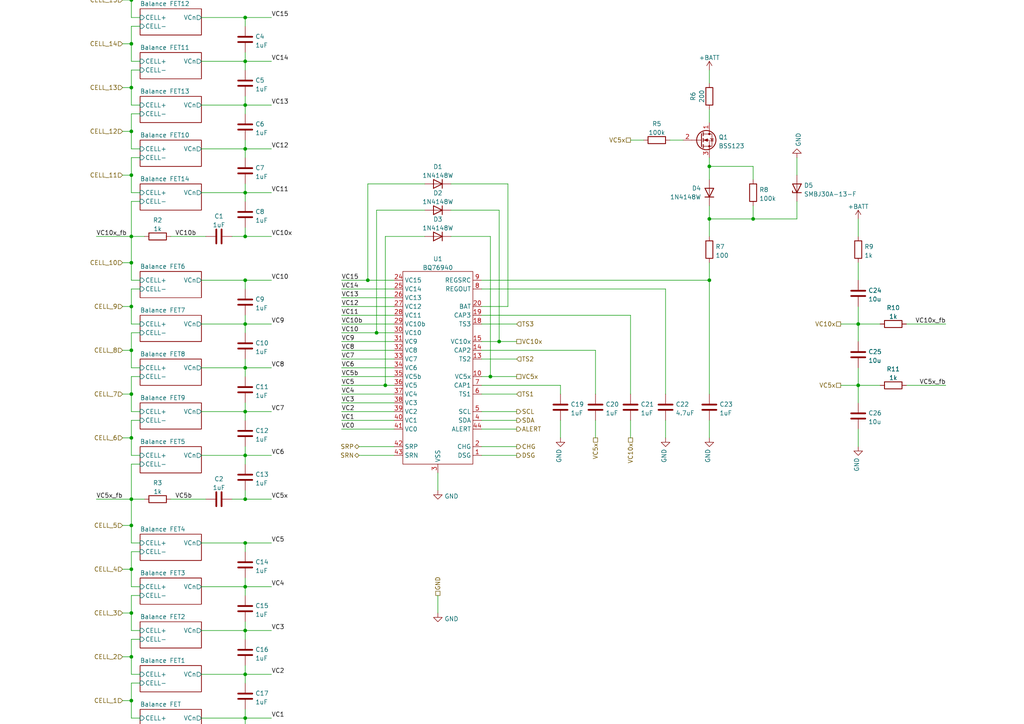
<source format=kicad_sch>
(kicad_sch (version 20230121) (generator eeschema)
  (paper "A4")
  (title_block (title "Protection and Balancing") (date "2022-10-30") (rev "Rev 0") (company "QTech BMS Dept"))
  (lib_symbols
    (symbol "BQ76940:BQ76940"
      (property "Reference" "U" (at 0 31.75 0))
      (property "Value" "BQ76940" (at 0 29.21 0))
      (symbol "BQ76940_0_1"
        (rectangle (start -10.16 27.94) (end 10.16 -27.94) (stroke (width 0.1524)))
      )
      (symbol "BQ76940_1_1"
        (pin input line (at 12.7 -25.4 180) (length 2.54) (name "DSG") (number "1"))
        (pin input line (at 12.7 -2.54 180) (length 2.54) (name "VC5x") (number "10"))
        (pin input line (at 12.7 5.08 180) (length 2.54) hide (name "N/C") (number "11"))
        (pin input line (at 12.7 5.08 180) (length 2.54) hide (name "NC") (number "12"))
        (pin input line (at 12.7 2.54 180) (length 2.54) (name "TS2") (number "13"))
        (pin input line (at 12.7 5.08 180) (length 2.54) (name "CAP2") (number "14"))
        (pin input line (at 12.7 7.62 180) (length 2.54) (name "VC10x") (number "15"))
        (pin input line (at 12.7 15.24 180) (length 2.54) hide (name "NC") (number "16"))
        (pin input line (at 12.7 15.24 180) (length 2.54) hide (name "NC") (number "17"))
        (pin input line (at 12.7 12.7 180) (length 2.54) (name "TS3") (number "18"))
        (pin input line (at 12.7 15.24 180) (length 2.54) (name "CAP3") (number "19"))
        (pin input line (at 12.7 -22.86 180) (length 2.54) (name "CHG") (number "2"))
        (pin input line (at 12.7 17.78 180) (length 2.54) (name "BAT") (number "20"))
        (pin no_connect line (at 38.1 10.16 180) (length 2.54) hide (name "NC") (number "21"))
        (pin no_connect line (at 38.1 7.62 180) (length 2.54) hide (name "NC") (number "22"))
        (pin no_connect line (at 38.1 5.08 180) (length 2.54) hide (name "NC") (number "23"))
        (pin input line (at -12.7 25.4 0) (length 2.54) (name "VC15") (number "24"))
        (pin input line (at -12.7 22.86 0) (length 2.54) (name "VC14") (number "25"))
        (pin input line (at -12.7 20.32 0) (length 2.54) (name "VC13") (number "26"))
        (pin input line (at -12.7 17.78 0) (length 2.54) (name "VC12") (number "27"))
        (pin input line (at -12.7 15.24 0) (length 2.54) (name "VC11") (number "28"))
        (pin input line (at -12.7 12.7 0) (length 2.54) (name "VC10b") (number "29"))
        (pin input line (at 0 -30.48 90) (length 2.54) (name "VSS") (number "3"))
        (pin input line (at -12.7 10.16 0) (length 2.54) (name "VC10") (number "30"))
        (pin input line (at -12.7 7.62 0) (length 2.54) (name "VC9") (number "31"))
        (pin input line (at -12.7 5.08 0) (length 2.54) (name "VC8") (number "32"))
        (pin input line (at -12.7 2.54 0) (length 2.54) (name "VC7") (number "33"))
        (pin input line (at -12.7 0 0) (length 2.54) (name "VC6") (number "34"))
        (pin input line (at -12.7 -2.54 0) (length 2.54) (name "VC5b") (number "35"))
        (pin input line (at -12.7 -5.08 0) (length 2.54) (name "VC5") (number "36"))
        (pin input line (at -12.7 -7.62 0) (length 2.54) (name "VC4") (number "37"))
        (pin input line (at -12.7 -10.16 0) (length 2.54) (name "VC3") (number "38"))
        (pin input line (at -12.7 -12.7 0) (length 2.54) (name "VC2") (number "39"))
        (pin input line (at 12.7 -15.24 180) (length 2.54) (name "SDA") (number "4"))
        (pin input line (at -12.7 -15.24 0) (length 2.54) (name "VC1") (number "40"))
        (pin input line (at -12.7 -17.78 0) (length 2.54) (name "VC0") (number "41"))
        (pin input line (at -12.7 -22.86 0) (length 2.54) (name "SRP") (number "42"))
        (pin input line (at -12.7 -25.4 0) (length 2.54) (name "SRN") (number "43"))
        (pin input line (at 12.7 -17.78 180) (length 2.54) (name "ALERT") (number "44"))
        (pin input line (at 12.7 -12.7 180) (length 2.54) (name "SCL") (number "5"))
        (pin input line (at 12.7 -7.62 180) (length 2.54) (name "TS1") (number "6"))
        (pin input line (at 12.7 -5.08 180) (length 2.54) (name "CAP1") (number "7"))
        (pin input line (at 12.7 22.86 180) (length 2.54) (name "REGOUT") (number "8"))
        (pin input line (at 12.7 25.4 180) (length 2.54) (name "REGSRC") (number "9"))
      )
    )
    (symbol "Device:C" (pin_numbers hide) (pin_names (offset 0.254))
      (property "Reference" "C" (at 0.635 2.54 0))
      (property "Value" "C" (at 0.635 -2.54 0))
      (symbol "C_0_1"
        (polyline (pts (xy -2.032 -0.762) (xy 2.032 -0.762)) (stroke (width 0.508)))
        (polyline (pts (xy -2.032 0.762) (xy 2.032 0.762)) (stroke (width 0.508)))
      )
      (symbol "C_1_1"
        (pin passive line (at 0 3.81 270) (length 2.794) (name "~") (number "1"))
        (pin passive line (at 0 -3.81 90) (length 2.794) (name "~") (number "2"))
      )
    )
    (symbol "Device:D_Zener" (pin_numbers hide) (pin_names (offset 1.016) hide)
      (property "Reference" "D" (at 0 2.54 0))
      (property "Value" "D_Zener" (at 0 -2.54 0))
      (symbol "D_Zener_0_1"
        (polyline (pts (xy 1.27 0) (xy -1.27 0)))
        (polyline (pts (xy -1.27 -1.27) (xy -1.27 1.27) (xy -0.762 1.27)) (stroke (width 0.254)))
        (polyline (pts (xy 1.27 -1.27) (xy 1.27 1.27) (xy -1.27 0) (xy 1.27 -1.27)) (stroke (width 0.254)))
      )
      (symbol "D_Zener_1_1"
        (pin passive line (at -3.81 0 0) (length 2.54) (name "K") (number "1"))
        (pin passive line (at 3.81 0 180) (length 2.54) (name "A") (number "2"))
      )
    )
    (symbol "Device:Q_NMOS_DGS" (pin_names (offset 0) hide)
      (property "Reference" "Q" (at 5.08 1.27 0))
      (property "Value" "Q_NMOS_DGS" (at 5.08 -1.27 0))
      (symbol "Q_NMOS_DGS_0_1"
        (polyline (pts (xy 0.254 0) (xy -2.54 0)))
        (polyline (pts (xy 0.254 1.905) (xy 0.254 -1.905)) (stroke (width 0.254)))
        (polyline (pts (xy 0.762 -1.27) (xy 0.762 -2.286)) (stroke (width 0.254)))
        (polyline (pts (xy 0.762 0.508) (xy 0.762 -0.508)) (stroke (width 0.254)))
        (polyline (pts (xy 0.762 2.286) (xy 0.762 1.27)) (stroke (width 0.254)))
        (polyline (pts (xy 2.54 2.54) (xy 2.54 1.778)))
        (polyline (pts (xy 2.54 -2.54) (xy 2.54 0) (xy 0.762 0)))
        (polyline (pts (xy 0.762 -1.778) (xy 3.302 -1.778) (xy 3.302 1.778) (xy 0.762 1.778)))
        (polyline (pts (xy 1.016 0) (xy 2.032 0.381) (xy 2.032 -0.381) (xy 1.016 0)) (fill (type outline)))
        (polyline (pts (xy 2.794 0.508) (xy 2.921 0.381) (xy 3.683 0.381) (xy 3.81 0.254)))
        (polyline (pts (xy 3.302 0.381) (xy 2.921 -0.254) (xy 3.683 -0.254) (xy 3.302 0.381)))
        (circle (center 1.651 0) (radius 2.794) (stroke (width 0.254)))
        (circle (center 2.54 -1.778) (radius 0.254) (fill (type outline)))
        (circle (center 2.54 1.778) (radius 0.254) (fill (type outline)))
      )
      (symbol "Q_NMOS_DGS_1_1"
        (pin passive line (at 2.54 5.08 270) (length 2.54) (name "D") (number "1"))
        (pin input line (at -5.08 0 0) (length 2.54) (name "G") (number "2"))
        (pin passive line (at 2.54 -5.08 90) (length 2.54) (name "S") (number "3"))
      )
    )
    (symbol "Device:R" (pin_numbers hide) (pin_names (offset 0))
      (property "Reference" "R" (at 2.032 0 90))
      (property "Value" "R" (at 0 0 90))
      (symbol "R_0_1"
        (rectangle (start -1.016 -2.54) (end 1.016 2.54) (stroke (width 0.254)))
      )
      (symbol "R_1_1"
        (pin passive line (at 0 3.81 270) (length 1.27) (name "~") (number "1"))
        (pin passive line (at 0 -3.81 90) (length 1.27) (name "~") (number "2"))
      )
    )
    (symbol "Diode:1N4148W" (pin_numbers hide) (pin_names hide)
      (property "Reference" "D" (at 0 2.54 0))
      (property "Value" "1N4148W" (at 0 -2.54 0))
      (symbol "1N4148W_0_1"
        (polyline (pts (xy -1.27 1.27) (xy -1.27 -1.27)) (stroke (width 0.254)))
        (polyline (pts (xy 1.27 0) (xy -1.27 0)))
        (polyline (pts (xy 1.27 1.27) (xy 1.27 -1.27) (xy -1.27 0) (xy 1.27 1.27)) (stroke (width 0.254)))
      )
      (symbol "1N4148W_1_1"
        (pin passive line (at -3.81 0 0) (length 2.54) (name "K") (number "1"))
        (pin passive line (at 3.81 0 180) (length 2.54) (name "A") (number "2"))
      )
    )
    (symbol "power:+BATT" (power) (pin_names (offset 0))
      (property "Value" "+BATT" (at 0 3.556 0))
      (symbol "+BATT_0_1"
        (polyline (pts (xy -0.762 1.27) (xy 0 2.54)))
        (polyline (pts (xy 0 0) (xy 0 2.54)))
        (polyline (pts (xy 0 2.54) (xy 0.762 1.27)))
      )
      (symbol "+BATT_1_1"
        (pin power_in line (at 0 0 90) (length 0) hide (name "+BATT") (number "1"))
      )
    )
    (symbol "power:GND" (power) (pin_names (offset 0))
      (property "Value" "GND" (at 0 -3.81 0))
      (symbol "GND_0_1"
        (polyline (pts (xy 0 0) (xy 0 -1.27) (xy 1.27 -1.27) (xy 0 -2.54) (xy -1.27 -1.27) (xy 0 -1.27)))
      )
      (symbol "GND_1_1"
        (pin power_in line (at 0 0 270) (length 0) hide (name "GND") (number "1"))
      )
    )
  )
  (junction (at 71.12 30.48))
  (junction (at 38.1 25.4))
  (junction (at 142.24 109.22))
  (junction (at 71.12 195.58))
  (junction (at 38.1 38.1))
  (junction (at 38.1 114.3))
  (junction (at 109.22 96.52))
  (junction (at 38.1 76.2))
  (junction (at 71.12 43.18))
  (junction (at 218.44 63.5))
  (junction (at 38.1 177.8))
  (junction (at 38.1 12.7))
  (junction (at 38.1 203.2))
  (junction (at 38.1 220.98))
  (junction (at 38.1 144.78))
  (junction (at 106.68 81.28))
  (junction (at 71.12 68.58))
  (junction (at 71.12 106.68))
  (junction (at 71.12 170.18))
  (junction (at 71.12 220.98))
  (junction (at 248.92 111.76))
  (junction (at 38.1 215.9))
  (junction (at 38.1 50.8))
  (junction (at 71.12 208.28))
  (junction (at 38.1 127))
  (junction (at 38.1 152.4))
  (junction (at 71.12 157.48))
  (junction (at 71.12 132.08))
  (junction (at 111.76 111.76))
  (junction (at 248.92 93.98))
  (junction (at 71.12 55.88))
  (junction (at 71.12 81.28))
  (junction (at 71.12 17.78))
  (junction (at 71.12 144.78))
  (junction (at 71.12 182.88))
  (junction (at 205.74 63.5))
  (junction (at 38.1 165.1))
  (junction (at 38.1 0))
  (junction (at 144.78 99.06))
  (junction (at 205.74 81.28))
  (junction (at 71.12 5.08))
  (junction (at 38.1 190.5))
  (junction (at 71.12 93.98))
  (junction (at 38.1 101.6))
  (junction (at 71.12 119.38))
  (junction (at 38.1 68.58))
  (junction (at 38.1 88.9))
  (junction (at 205.74 48.26))
  (wire (pts (xy 99.06 106.68) (xy 114.3 106.68)))
  (wire (pts (xy 99.06 119.38) (xy 114.3 119.38)))
  (wire (pts (xy 162.56 111.76) (xy 162.56 114.3)))
  (wire (pts (xy 35.56 177.8) (xy 38.1 177.8)))
  (wire (pts (xy 106.68 81.28) (xy 106.68 53.34)))
  (wire (pts (xy 205.74 48.26) (xy 218.44 48.26)))
  (wire (pts (xy 248.92 124.46) (xy 248.92 129.54)))
  (wire (pts (xy 139.7 83.82) (xy 193.04 83.82)))
  (wire (pts (xy 38.1 190.5) (xy 38.1 185.42)))
  (wire (pts (xy 147.32 88.9) (xy 147.32 53.34)))
  (wire (pts (xy 38.1 165.1) (xy 38.1 160.02)))
  (wire (pts (xy 58.42 5.08) (xy 71.12 5.08)))
  (wire (pts (xy 35.56 88.9) (xy 38.1 88.9)))
  (wire (pts (xy 139.7 119.38) (xy 149.86 119.38)))
  (wire (pts (xy 205.74 121.92) (xy 205.74 127)))
  (wire (pts (xy 71.12 17.78) (xy 71.12 20.32)))
  (wire (pts (xy 38.1 210.82) (xy 40.64 210.82)))
  (wire (pts (xy 248.92 63.5) (xy 248.92 68.58)))
  (wire (pts (xy 38.1 208.28) (xy 40.64 208.28)))
  (wire (pts (xy 142.24 68.58) (xy 130.81 68.58)))
  (wire (pts (xy 71.12 91.44) (xy 71.12 93.98)))
  (wire (pts (xy 71.12 144.78) (xy 78.74 144.78)))
  (wire (pts (xy 248.92 106.68) (xy 248.92 111.76)))
  (wire (pts (xy 71.12 30.48) (xy 71.12 33.02)))
  (wire (pts (xy 99.06 93.98) (xy 114.3 93.98)))
  (wire (pts (xy 38.1 12.7) (xy 38.1 7.62)))
  (wire (pts (xy 38.1 170.18) (xy 40.64 170.18)))
  (wire (pts (xy 99.06 91.44) (xy 114.3 91.44)))
  (wire (pts (xy 147.32 53.34) (xy 130.81 53.34)))
  (wire (pts (xy 193.04 121.92) (xy 193.04 127)))
  (wire (pts (xy 38.1 68.58) (xy 41.91 68.58)))
  (wire (pts (xy 99.06 83.82) (xy 114.3 83.82)))
  (wire (pts (xy 205.74 81.28) (xy 205.74 114.3)))
  (wire (pts (xy 114.3 132.08) (xy 104.14 132.08)))
  (wire (pts (xy 38.1 93.98) (xy 38.1 88.9)))
  (wire (pts (xy 38.1 106.68) (xy 38.1 101.6)))
  (wire (pts (xy 205.74 59.69) (xy 205.74 63.5)))
  (wire (pts (xy 58.42 182.88) (xy 71.12 182.88)))
  (wire (pts (xy 144.78 99.06) (xy 144.78 60.96)))
  (wire (pts (xy 71.12 193.04) (xy 71.12 195.58)))
  (wire (pts (xy 38.1 144.78) (xy 38.1 134.62)))
  (wire (pts (xy 38.1 144.78) (xy 41.91 144.78)))
  (wire (pts (xy 99.06 86.36) (xy 114.3 86.36)))
  (wire (pts (xy 38.1 81.28) (xy 38.1 76.2)))
  (wire (pts (xy 71.12 142.24) (xy 71.12 144.78)))
  (wire (pts (xy 38.1 101.6) (xy 38.1 96.52)))
  (wire (pts (xy 71.12 132.08) (xy 78.74 132.08)))
  (wire (pts (xy 193.04 83.82) (xy 193.04 114.3)))
  (wire (pts (xy 248.92 88.9) (xy 248.92 93.98)))
  (wire (pts (xy 58.42 157.48) (xy 71.12 157.48)))
  (wire (pts (xy 139.7 124.46) (xy 149.86 124.46)))
  (wire (pts (xy 58.42 208.28) (xy 71.12 208.28)))
  (wire (pts (xy 38.1 127) (xy 38.1 121.92)))
  (wire (pts (xy 38.1 157.48) (xy 38.1 152.4)))
  (wire (pts (xy 71.12 220.98) (xy 76.2 220.98)))
  (wire (pts (xy 49.53 220.98) (xy 59.69 220.98)))
  (wire (pts (xy 144.78 99.06) (xy 149.86 99.06)))
  (wire (pts (xy 71.12 106.68) (xy 71.12 109.22)))
  (wire (pts (xy 198.12 40.64) (xy 194.31 40.64)))
  (wire (pts (xy 71.12 27.94) (xy 71.12 30.48)))
  (wire (pts (xy 127 137.16) (xy 127 142.24)))
  (wire (pts (xy 38.1 172.72) (xy 40.64 172.72)))
  (wire (pts (xy 205.74 31.75) (xy 205.74 35.56)))
  (wire (pts (xy 35.56 152.4) (xy 38.1 152.4)))
  (wire (pts (xy 142.24 109.22) (xy 142.24 68.58)))
  (wire (pts (xy 71.12 205.74) (xy 71.12 208.28)))
  (wire (pts (xy 71.12 132.08) (xy 71.12 134.62)))
  (wire (pts (xy 71.12 30.48) (xy 78.74 30.48)))
  (wire (pts (xy 38.1 121.92) (xy 40.64 121.92)))
  (wire (pts (xy 35.56 114.3) (xy 38.1 114.3)))
  (wire (pts (xy 35.56 50.8) (xy 38.1 50.8)))
  (wire (pts (xy 49.53 144.78) (xy 59.69 144.78)))
  (wire (pts (xy 205.74 48.26) (xy 205.74 52.07)))
  (wire (pts (xy 71.12 167.64) (xy 71.12 170.18)))
  (wire (pts (xy 109.22 96.52) (xy 114.3 96.52)))
  (wire (pts (xy 218.44 63.5) (xy 231.14 63.5)))
  (wire (pts (xy 35.56 0) (xy 38.1 0)))
  (wire (pts (xy 71.12 182.88) (xy 78.74 182.88)))
  (wire (pts (xy 71.12 68.58) (xy 78.74 68.58)))
  (wire (pts (xy 38.1 30.48) (xy 38.1 25.4)))
  (wire (pts (xy 186.69 40.64) (xy 182.88 40.64)))
  (wire (pts (xy 71.12 55.88) (xy 71.12 58.42)))
  (wire (pts (xy 38.1 215.9) (xy 38.1 210.82)))
  (wire (pts (xy 172.72 121.92) (xy 172.72 127)))
  (wire (pts (xy 35.56 25.4) (xy 38.1 25.4)))
  (wire (pts (xy 172.72 101.6) (xy 172.72 114.3)))
  (wire (pts (xy 38.1 93.98) (xy 40.64 93.98)))
  (wire (pts (xy 71.12 195.58) (xy 78.74 195.58)))
  (wire (pts (xy 248.92 93.98) (xy 248.92 99.06)))
  (wire (pts (xy 58.42 93.98) (xy 71.12 93.98)))
  (wire (pts (xy 71.12 208.28) (xy 78.74 208.28)))
  (wire (pts (xy 71.12 119.38) (xy 78.74 119.38)))
  (wire (pts (xy 38.1 119.38) (xy 38.1 114.3)))
  (wire (pts (xy 114.3 129.54) (xy 104.14 129.54)))
  (wire (pts (xy 248.92 111.76) (xy 243.84 111.76)))
  (wire (pts (xy 58.42 30.48) (xy 71.12 30.48)))
  (wire (pts (xy 38.1 88.9) (xy 38.1 83.82)))
  (wire (pts (xy 139.7 104.14) (xy 149.86 104.14)))
  (wire (pts (xy 248.92 111.76) (xy 248.92 116.84)))
  (wire (pts (xy 38.1 114.3) (xy 38.1 109.22)))
  (wire (pts (xy 139.7 111.76) (xy 162.56 111.76)))
  (wire (pts (xy 38.1 43.18) (xy 38.1 38.1)))
  (wire (pts (xy 142.24 109.22) (xy 149.86 109.22)))
  (wire (pts (xy 231.14 58.42) (xy 231.14 63.5)))
  (wire (pts (xy 106.68 81.28) (xy 114.3 81.28)))
  (wire (pts (xy 38.1 7.62) (xy 40.64 7.62)))
  (wire (pts (xy 58.42 43.18) (xy 71.12 43.18)))
  (wire (pts (xy 38.1 177.8) (xy 38.1 172.72)))
  (wire (pts (xy 71.12 40.64) (xy 71.12 43.18)))
  (wire (pts (xy 38.1 5.08) (xy 40.64 5.08)))
  (wire (pts (xy 35.56 127) (xy 38.1 127)))
  (wire (pts (xy 38.1 -5.08) (xy 38.1 0)))
  (wire (pts (xy 58.42 55.88) (xy 71.12 55.88)))
  (wire (pts (xy 58.42 81.28) (xy 71.12 81.28)))
  (wire (pts (xy 111.76 111.76) (xy 111.76 68.58)))
  (wire (pts (xy 38.1 160.02) (xy 40.64 160.02)))
  (wire (pts (xy 58.42 195.58) (xy 71.12 195.58)))
  (wire (pts (xy 218.44 48.26) (xy 218.44 52.07)))
  (wire (pts (xy 71.12 218.44) (xy 71.12 220.98)))
  (wire (pts (xy 38.1 203.2) (xy 38.1 198.12)))
  (wire (pts (xy 38.1 132.08) (xy 38.1 127)))
  (wire (pts (xy 38.1 83.82) (xy 40.64 83.82)))
  (wire (pts (xy 38.1 195.58) (xy 38.1 190.5)))
  (wire (pts (xy 99.06 99.06) (xy 114.3 99.06)))
  (wire (pts (xy 38.1 96.52) (xy 40.64 96.52)))
  (wire (pts (xy 58.42 119.38) (xy 71.12 119.38)))
  (wire (pts (xy 71.12 17.78) (xy 78.74 17.78)))
  (wire (pts (xy 205.74 45.72) (xy 205.74 48.26)))
  (wire (pts (xy 38.1 220.98) (xy 41.91 220.98)))
  (wire (pts (xy 38.1 58.42) (xy 40.64 58.42)))
  (wire (pts (xy 38.1 17.78) (xy 40.64 17.78)))
  (wire (pts (xy 71.12 170.18) (xy 78.74 170.18)))
  (wire (pts (xy 35.56 165.1) (xy 38.1 165.1)))
  (wire (pts (xy 38.1 43.18) (xy 40.64 43.18)))
  (wire (pts (xy 38.1 198.12) (xy 40.64 198.12)))
  (wire (pts (xy 35.56 203.2) (xy 38.1 203.2)))
  (wire (pts (xy 71.12 43.18) (xy 71.12 45.72)))
  (wire (pts (xy 71.12 93.98) (xy 71.12 96.52)))
  (wire (pts (xy 38.1 30.48) (xy 40.64 30.48)))
  (wire (pts (xy 182.88 91.44) (xy 182.88 114.3)))
  (wire (pts (xy 35.56 101.6) (xy 38.1 101.6)))
  (wire (pts (xy 99.06 81.28) (xy 106.68 81.28)))
  (wire (pts (xy 38.1 55.88) (xy 38.1 50.8)))
  (wire (pts (xy 71.12 5.08) (xy 78.74 5.08)))
  (wire (pts (xy 38.1 68.58) (xy 38.1 76.2)))
  (wire (pts (xy 218.44 59.69) (xy 218.44 63.5)))
  (wire (pts (xy 162.56 121.92) (xy 162.56 127)))
  (wire (pts (xy 231.14 45.72) (xy 231.14 50.8)))
  (wire (pts (xy 38.1 20.32) (xy 40.64 20.32)))
  (wire (pts (xy 262.89 93.98) (xy 274.32 93.98)))
  (wire (pts (xy 38.1 106.68) (xy 40.64 106.68)))
  (wire (pts (xy 38.1 195.58) (xy 40.64 195.58)))
  (wire (pts (xy 71.12 116.84) (xy 71.12 119.38)))
  (wire (pts (xy 71.12 182.88) (xy 71.12 185.42)))
  (wire (pts (xy 38.1 50.8) (xy 38.1 45.72)))
  (wire (pts (xy 38.1 68.58) (xy 38.1 58.42)))
  (wire (pts (xy 106.68 53.34) (xy 123.19 53.34)))
  (wire (pts (xy 205.74 63.5) (xy 205.74 68.58)))
  (wire (pts (xy 71.12 81.28) (xy 71.12 83.82)))
  (wire (pts (xy 71.12 180.34) (xy 71.12 182.88)))
  (wire (pts (xy 144.78 60.96) (xy 130.81 60.96)))
  (wire (pts (xy 58.42 106.68) (xy 71.12 106.68)))
  (wire (pts (xy 139.7 99.06) (xy 144.78 99.06)))
  (wire (pts (xy 58.42 17.78) (xy 71.12 17.78)))
  (wire (pts (xy 58.42 132.08) (xy 71.12 132.08)))
  (wire (pts (xy 71.12 119.38) (xy 71.12 121.92)))
  (wire (pts (xy 38.1 185.42) (xy 40.64 185.42)))
  (wire (pts (xy 38.1 215.9) (xy 38.1 220.98)))
  (wire (pts (xy 49.53 68.58) (xy 59.69 68.58)))
  (wire (pts (xy 109.22 96.52) (xy 109.22 60.96)))
  (wire (pts (xy 71.12 55.88) (xy 78.74 55.88)))
  (wire (pts (xy 71.12 5.08) (xy 71.12 7.62)))
  (wire (pts (xy 205.74 76.2) (xy 205.74 81.28)))
  (wire (pts (xy 139.7 109.22) (xy 142.24 109.22)))
  (wire (pts (xy 67.31 220.98) (xy 71.12 220.98)))
  (wire (pts (xy 99.06 88.9) (xy 114.3 88.9)))
  (wire (pts (xy 71.12 106.68) (xy 78.74 106.68)))
  (wire (pts (xy 35.56 12.7) (xy 38.1 12.7)))
  (wire (pts (xy 67.31 144.78) (xy 71.12 144.78)))
  (wire (pts (xy 248.92 76.2) (xy 248.92 81.28)))
  (wire (pts (xy 71.12 66.04) (xy 71.12 68.58)))
  (wire (pts (xy 71.12 157.48) (xy 71.12 160.02)))
  (wire (pts (xy 109.22 60.96) (xy 123.19 60.96)))
  (wire (pts (xy 127 172.72) (xy 127 177.8)))
  (wire (pts (xy 139.7 129.54) (xy 149.86 129.54)))
  (wire (pts (xy 182.88 121.92) (xy 182.88 127)))
  (wire (pts (xy 38.1 45.72) (xy 40.64 45.72)))
  (wire (pts (xy 111.76 68.58) (xy 123.19 68.58)))
  (wire (pts (xy 35.56 215.9) (xy 38.1 215.9)))
  (wire (pts (xy 139.7 121.92) (xy 149.86 121.92)))
  (wire (pts (xy 35.56 190.5) (xy 38.1 190.5)))
  (wire (pts (xy 71.12 43.18) (xy 78.74 43.18)))
  (wire (pts (xy 71.12 53.34) (xy 71.12 55.88)))
  (wire (pts (xy 67.31 68.58) (xy 71.12 68.58)))
  (wire (pts (xy 99.06 124.46) (xy 114.3 124.46)))
  (wire (pts (xy 38.1 132.08) (xy 40.64 132.08)))
  (wire (pts (xy 71.12 195.58) (xy 71.12 198.12)))
  (wire (pts (xy 205.74 63.5) (xy 218.44 63.5)))
  (wire (pts (xy 99.06 96.52) (xy 109.22 96.52)))
  (wire (pts (xy 38.1 144.78) (xy 38.1 152.4)))
  (wire (pts (xy 99.06 101.6) (xy 114.3 101.6)))
  (wire (pts (xy 38.1 38.1) (xy 38.1 33.02)))
  (wire (pts (xy 99.06 111.76) (xy 111.76 111.76)))
  (wire (pts (xy 139.7 91.44) (xy 182.88 91.44)))
  (wire (pts (xy 38.1 33.02) (xy 40.64 33.02)))
  (wire (pts (xy 35.56 76.2) (xy 38.1 76.2)))
  (wire (pts (xy 262.89 111.76) (xy 274.32 111.76)))
  (wire (pts (xy 38.1 17.78) (xy 38.1 12.7)))
  (wire (pts (xy 38.1 170.18) (xy 38.1 165.1)))
  (wire (pts (xy 248.92 93.98) (xy 243.84 93.98)))
  (wire (pts (xy 35.56 38.1) (xy 38.1 38.1)))
  (wire (pts (xy 71.12 129.54) (xy 71.12 132.08)))
  (wire (pts (xy 139.7 81.28) (xy 205.74 81.28)))
  (wire (pts (xy 71.12 104.14) (xy 71.12 106.68)))
  (wire (pts (xy 38.1 55.88) (xy 40.64 55.88)))
  (wire (pts (xy 139.7 132.08) (xy 149.86 132.08)))
  (wire (pts (xy 139.7 101.6) (xy 172.72 101.6)))
  (wire (pts (xy 38.1 208.28) (xy 38.1 203.2)))
  (wire (pts (xy 248.92 93.98) (xy 255.27 93.98)))
  (wire (pts (xy 139.7 93.98) (xy 149.86 93.98)))
  (wire (pts (xy 38.1 157.48) (xy 40.64 157.48)))
  (wire (pts (xy 38.1 109.22) (xy 40.64 109.22)))
  (wire (pts (xy 38.1 182.88) (xy 40.64 182.88)))
  (wire (pts (xy 139.7 88.9) (xy 147.32 88.9)))
  (wire (pts (xy 38.1 220.98) (xy 38.1 226.06)))
  (wire (pts (xy 139.7 114.3) (xy 149.86 114.3)))
  (wire (pts (xy 38.1 25.4) (xy 38.1 20.32)))
  (wire (pts (xy 38.1 81.28) (xy 40.64 81.28)))
  (wire (pts (xy 71.12 170.18) (xy 71.12 172.72)))
  (wire (pts (xy 38.1 182.88) (xy 38.1 177.8)))
  (wire (pts (xy 99.06 114.3) (xy 114.3 114.3)))
  (wire (pts (xy 38.1 5.08) (xy 38.1 0)))
  (wire (pts (xy 248.92 111.76) (xy 255.27 111.76)))
  (wire (pts (xy 38.1 134.62) (xy 40.64 134.62)))
  (wire (pts (xy 99.06 121.92) (xy 114.3 121.92)))
  (wire (pts (xy 71.12 15.24) (xy 71.12 17.78)))
  (wire (pts (xy 71.12 157.48) (xy 78.74 157.48)))
  (wire (pts (xy 38.1 119.38) (xy 40.64 119.38)))
  (wire (pts (xy 99.06 116.84) (xy 114.3 116.84)))
  (wire (pts (xy 71.12 208.28) (xy 71.12 210.82)))
  (wire (pts (xy 71.12 93.98) (xy 78.74 93.98)))
  (wire (pts (xy 27.94 144.78) (xy 38.1 144.78)))
  (wire (pts (xy 58.42 170.18) (xy 71.12 170.18)))
  (wire (pts (xy 27.94 68.58) (xy 38.1 68.58)))
  (wire (pts (xy 205.74 20.32) (xy 205.74 24.13)))
  (wire (pts (xy 99.06 109.22) (xy 114.3 109.22)))
  (wire (pts (xy 99.06 104.14) (xy 114.3 104.14)))
  (wire (pts (xy 111.76 111.76) (xy 114.3 111.76)))
  (wire (pts (xy 71.12 81.28) (xy 78.74 81.28)))
  (label "VC7" (at 78.74 119.38 0))
  (label "VC4" (at 99.06 114.3 0))
  (label "VC1" (at 78.74 208.28 0))
  (label "VC5" (at 78.74 157.48 0))
  (label "VC15" (at 78.74 5.08 0))
  (label "VC10x_fb" (at 274.32 93.98 180))
  (label "VC10" (at 99.06 96.52 0))
  (label "VC3" (at 78.74 182.88 0))
  (label "VC5b" (at 50.8 144.78 0))
  (label "VC15" (at 99.06 81.28 0))
  (label "VC5x_fb" (at 27.94 144.78 0))
  (label "VC3" (at 99.06 116.84 0))
  (label "VC0" (at 55.88 220.98 180))
  (label "VC5x" (at 78.74 144.78 0))
  (label "VC14" (at 99.06 83.82 0))
  (label "VC0" (at 99.06 124.46 0))
  (label "VC6" (at 99.06 106.68 0))
  (label "VC13" (at 99.06 86.36 0))
  (label "VC6" (at 78.74 132.08 0))
  (label "VC4" (at 78.74 170.18 0))
  (label "VC10b" (at 99.06 93.98 0))
  (label "VC7" (at 99.06 104.14 0))
  (label "VC10x" (at 78.74 68.58 0))
  (label "VC12" (at 99.06 88.9 0))
  (label "VC1" (at 99.06 121.92 0))
  (label "VC5x_fb" (at 274.32 111.76 180))
  (label "VC12" (at 78.74 43.18 0))
  (label "VC9" (at 99.06 99.06 0))
  (label "VC10x_fb" (at 27.94 68.58 0))
  (label "VC10b" (at 50.8 68.58 0))
  (label "VC10" (at 78.74 81.28 0))
  (label "VC5b" (at 99.06 109.22 0))
  (label "VC13" (at 78.74 30.48 0))
  (label "VC11" (at 78.74 55.88 0))
  (label "VC11" (at 99.06 91.44 0))
  (label "VC9" (at 78.74 93.98 0))
  (label "VC8" (at 78.74 106.68 0))
  (label "VC2" (at 99.06 119.38 0))
  (label "VC5" (at 99.06 111.76 0))
  (label "VC14" (at 78.74 17.78 0))
  (label "VC8" (at 99.06 101.6 0))
  (label "VC2" (at 78.74 195.58 0))
  (hierarchical_label "SRP" (shape bidirectional) (at 104.14 129.54 180))
  (hierarchical_label "DSG" (shape output) (at 149.86 132.08 0))
  (hierarchical_label "CELL_13" (shape input) (at 35.56 25.4 180))
  (hierarchical_label "CELL_2" (shape input) (at 35.56 190.5 180))
  (hierarchical_label "CELL_14" (shape input) (at 35.56 12.7 180))
  (hierarchical_label "CELL_0" (shape input) (at 35.56 215.9 180))
  (hierarchical_label "CELL_15" (shape input) (at 35.56 0 180))
  (hierarchical_label "CELL_9" (shape input) (at 35.56 88.9 180))
  (hierarchical_label "CELL_5" (shape input) (at 35.56 152.4 180))
  (hierarchical_label "CELL_3" (shape input) (at 35.56 177.8 180))
  (hierarchical_label "TS1" (shape input) (at 149.86 114.3 0))
  (hierarchical_label "TS2" (shape input) (at 149.86 104.14 0))
  (hierarchical_label "CELL_10" (shape input) (at 35.56 76.2 180))
  (hierarchical_label "SCL" (shape output) (at 149.86 119.38 0))
  (hierarchical_label "CELL_7" (shape input) (at 35.56 114.3 180))
  (hierarchical_label "CELL_1" (shape input) (at 35.56 203.2 180))
  (hierarchical_label "VC10x" (shape passive) (at 149.86 99.06 0))
  (hierarchical_label "VC5x" (shape passive) (at 172.72 127 270))
  (hierarchical_label "CELL_4" (shape input) (at 35.56 165.1 180))
  (hierarchical_label "VC5x" (shape passive) (at 243.84 111.76 180))
  (hierarchical_label "VC10x" (shape passive) (at 243.84 93.98 180))
  (hierarchical_label "VC5x" (shape passive) (at 182.88 40.64 180))
  (hierarchical_label "SRN" (shape bidirectional) (at 104.14 132.08 180))
  (hierarchical_label "TS3" (shape input) (at 149.86 93.98 0))
  (hierarchical_label "SDA" (shape output) (at 149.86 121.92 0))
  (hierarchical_label "VC10x" (shape passive) (at 182.88 127 270))
  (hierarchical_label "CHG" (shape output) (at 149.86 129.54 0))
  (hierarchical_label "VC5x" (shape passive) (at 149.86 109.22 0))
  (hierarchical_label "CELL_11" (shape input) (at 35.56 50.8 180))
  (hierarchical_label "CELL_8" (shape input) (at 35.56 101.6 180))
  (hierarchical_label "ALERT" (shape output) (at 149.86 124.46 0))
  (hierarchical_label "CELL_12" (shape input) (at 35.56 38.1 180))
  (hierarchical_label "CELL_6" (shape input) (at 35.56 127 180))
  (hierarchical_label "GND" (shape passive) (at 127 172.72 90))
  (symbol (lib_id "Device:R") (at 190.5 40.64 90) (unit 1)
    (property "Reference" "R5" (at 190.5 35.9242 90))
    (property "Value" "100k" (at 190.5 38.4611 90))
    (property "Footprint" "Resistor_SMD:R_0603_1608Metric" (effects hide))
  )
  (symbol (lib_id "Device:R") (at 45.72 220.98 90) (unit 1)
    (property "Reference" "R4" (at 45.72 216.2642 90))
    (property "Value" "1k" (at 45.72 218.8011 90))
    (property "Footprint" "Resistor_SMD:R_0603_1608Metric" (effects hide))
    (property "Src_Value" "R_cn" (effects hide))
    (property "Src_Page" "20" (effects hide))
  )
  (symbol (lib_id "Device:C") (at 71.12 176.53 0) (unit 1)
    (property "Reference" "C15" (at 74.041 175.6953 0) (effects (justify left)))
    (property "Value" "1uF" (at 74.041 178.2322 0) (effects (justify left)))
    (property "Footprint" "Capacitor_SMD:C_0603_1608Metric" (effects hide))
    (property "Src_Value" "C_ine" (effects hide))
    (property "Src_Page" "20" (effects hide))
  )
  (symbol (lib_id "Device:C") (at 248.92 102.87 180) (unit 1)
    (property "Reference" "C25" (at 251.841 102.0353 0) (effects (justify right)))
    (property "Value" "10u" (at 251.841 104.5722 0) (effects (justify right)))
    (property "Footprint" "Capacitor_SMD:C_1210_3225Metric" (effects hide))
    (property "Src_Value" "C_ine" (effects hide))
    (property "Src_Page" "20" (effects hide))
  )
  (symbol (lib_id "Device:R") (at 259.08 93.98 90) (unit 1)
    (property "Reference" "R10" (at 259.08 89.2642 90))
    (property "Value" "1k" (at 259.08 91.8011 90))
    (property "Footprint" "Resistor_SMD:R_0603_1608Metric" (effects hide))
    (property "Src_Value" "R_cn" (effects hide))
    (property "Src_Page" "20" (effects hide))
  )
  (symbol (lib_id "power:GND") (at 193.04 127 0) (unit 1)
    (property "Reference" "#PWR09" (effects hide))
    (property "Value" "GND" (at 192.6062 130.175 90) (effects (justify right)))
  )
  (symbol (lib_id "power:GND") (at 162.56 127 0) (unit 1)
    (property "Reference" "#PWR08" (effects hide))
    (property "Value" "GND" (at 162.1262 130.175 90) (effects (justify right)))
  )
  (symbol (lib_id "power:+BATT") (at 38.1 -5.08 0) (unit 1)
    (property "Reference" "#PWR03" (effects hide))
    (property "Value" "+BATT" (at 38.1 -8.6558 0))
  )
  (symbol (lib_id "Diode:1N4148W") (at 127 53.34 180) (unit 1)
    (property "Reference" "D1" (at 127 48.3702 0))
    (property "Value" "1N4148W" (at 127 50.9071 0))
    (property "Footprint" "Diode_SMD:D_SOD-123" (effects hide))
    (property "Datasheet" "https://www.vishay.com/docs/85748/1n4148w.pdf" (effects hide))
  )
  (symbol (lib_id "Device:R") (at 205.74 72.39 0) (unit 1)
    (property "Reference" "R7" (at 207.518 71.5553 0) (effects (justify left)))
    (property "Value" "100" (at 207.518 74.0922 0) (effects (justify left)))
    (property "Footprint" "Resistor_SMD:R_0603_1608Metric" (effects hide))
    (property "Src_Value" "R_cn" (effects hide))
    (property "Src_Page" "20" (effects hide))
  )
  (symbol (lib_id "Device:C") (at 71.12 113.03 0) (unit 1)
    (property "Reference" "C11" (at 74.041 112.1953 0) (effects (justify left)))
    (property "Value" "1uF" (at 74.041 114.7322 0) (effects (justify left)))
    (property "Footprint" "Capacitor_SMD:C_0603_1608Metric" (effects hide))
    (property "Src_Value" "C_ine" (effects hide))
    (property "Src_Page" "20" (effects hide))
  )
  (symbol (lib_id "Device:C") (at 248.92 85.09 180) (unit 1)
    (property "Reference" "C24" (at 251.841 84.2553 0) (effects (justify right)))
    (property "Value" "10u" (at 251.841 86.7922 0) (effects (justify right)))
    (property "Footprint" "Capacitor_SMD:C_1210_3225Metric" (effects hide))
    (property "Src_Value" "C_ine" (effects hide))
    (property "Src_Page" "20" (effects hide))
  )
  (symbol (lib_id "Device:R") (at 248.92 72.39 0) (unit 1)
    (property "Reference" "R9" (at 250.698 71.5553 0) (effects (justify left)))
    (property "Value" "1k" (at 250.698 74.0922 0) (effects (justify left)))
    (property "Footprint" "Resistor_SMD:R_0603_1608Metric" (effects hide))
    (property "Src_Value" "R_cn" (effects hide))
    (property "Src_Page" "20" (effects hide))
  )
  (symbol (lib_id "power:+BATT") (at 205.74 20.32 0) (unit 1)
    (property "Reference" "#PWR010" (effects hide))
    (property "Value" "+BATT" (at 205.74 16.7442 0))
  )
  (symbol (lib_id "Diode:1N4148W") (at 127 68.58 180) (unit 1)
    (property "Reference" "D3" (at 127 63.6102 0))
    (property "Value" "1N4148W" (at 127 66.1471 0))
    (property "Footprint" "Diode_SMD:D_SOD-123" (effects hide))
    (property "Datasheet" "https://www.vishay.com/docs/85748/1n4148w.pdf" (effects hide))
  )
  (symbol (lib_id "Device:R") (at 45.72 144.78 90) (unit 1)
    (property "Reference" "R3" (at 45.72 140.0642 90))
    (property "Value" "1k" (at 45.72 142.6011 90))
    (property "Footprint" "Resistor_SMD:R_0603_1608Metric" (effects hide))
    (property "Src_Value" "R_cn" (effects hide))
    (property "Src_Page" "20" (effects hide))
  )
  (symbol (lib_id "power:+BATT") (at 248.92 63.5 0) (unit 1)
    (property "Reference" "#PWR013" (effects hide))
    (property "Value" "+BATT" (at 248.92 59.9242 0))
  )
  (symbol (lib_id "Device:C") (at 71.12 87.63 0) (unit 1)
    (property "Reference" "C9" (at 74.041 86.7953 0) (effects (justify left)))
    (property "Value" "1uF" (at 74.041 89.3322 0) (effects (justify left)))
    (property "Footprint" "Capacitor_SMD:C_0603_1608Metric" (effects hide))
    (property "Src_Value" "C_ine" (effects hide))
    (property "Src_Page" "20" (effects hide))
  )
  (symbol (lib_id "Device:C") (at 63.5 220.98 90) (unit 1)
    (property "Reference" "C3" (at 63.5 215.1212 90))
    (property "Value" "1uF" (at 63.5 217.6581 90))
    (property "Footprint" "Capacitor_SMD:C_0603_1608Metric" (effects hide))
    (property "Src_Value" "C_ine" (effects hide))
    (property "Src_Page" "20" (effects hide))
  )
  (symbol (lib_id "Device:C") (at 71.12 49.53 0) (unit 1)
    (property "Reference" "C7" (at 74.041 48.6953 0) (effects (justify left)))
    (property "Value" "1uF" (at 74.041 51.2322 0) (effects (justify left)))
    (property "Footprint" "Capacitor_SMD:C_0603_1608Metric" (effects hide))
    (property "Src_Value" "C_ine" (effects hide))
    (property "Src_Page" "20" (effects hide))
  )
  (symbol (lib_id "Device:Q_NMOS_DGS") (at 203.2 40.64 0) (unit 1)
    (property "Reference" "Q1" (at 208.4069 39.8053 0) (effects (justify left)))
    (property "Value" "BSS123" (at 208.4069 42.3422 0) (effects (justify left)))
    (property "Footprint" "Package_TO_SOT_SMD:SOT-23" (effects hide))
    (property "Src_Value" "bal_fet" (effects hide))
  )
  (symbol (lib_id "power:GND") (at 248.92 129.54 0) (unit 1)
    (property "Reference" "#PWR014" (effects hide))
    (property "Value" "GND" (at 248.4862 132.715 90) (effects (justify right)))
  )
  (symbol (lib_id "power:GND") (at 127 177.8 0) (unit 1)
    (property "Reference" "#PWR07" (effects hide))
    (property "Value" "GND" (at 128.905 179.5038 0) (effects (justify left)))
  )
  (symbol (lib_id "Diode:1N4148W") (at 127 60.96 180) (unit 1)
    (property "Reference" "D2" (at 127 55.9902 0))
    (property "Value" "1N4148W" (at 127 58.5271 0))
    (property "Footprint" "Diode_SMD:D_SOD-123" (effects hide))
    (property "Datasheet" "https://www.vishay.com/docs/85748/1n4148w.pdf" (effects hide))
  )
  (symbol (lib_id "Diode:1N4148W") (at 205.74 55.88 90) (unit 1)
    (property "Reference" "D4" (at 200.66 54.61 90) (effects (justify right)))
    (property "Value" "1N4148W" (at 194.31 57.15 90) (effects (justify right)))
    (property "Footprint" "Diode_SMD:D_SOD-123" (effects hide))
    (property "Datasheet" "https://www.vishay.com/docs/85748/1n4148w.pdf" (effects hide))
  )
  (symbol (lib_id "Device:C") (at 248.92 120.65 180) (unit 1)
    (property "Reference" "C26" (at 251.841 119.8153 0) (effects (justify right)))
    (property "Value" "10u" (at 251.841 122.3522 0) (effects (justify right)))
    (property "Footprint" "Capacitor_SMD:C_1210_3225Metric" (effects hide))
    (property "Src_Value" "C_ine" (effects hide))
    (property "Src_Page" "20" (effects hide))
  )
  (symbol (lib_id "Device:C") (at 71.12 62.23 0) (unit 1)
    (property "Reference" "C8" (at 74.041 61.3953 0) (effects (justify left)))
    (property "Value" "1uF" (at 74.041 63.9322 0) (effects (justify left)))
    (property "Footprint" "Capacitor_SMD:C_0603_1608Metric" (effects hide))
    (property "Src_Value" "C_ine" (effects hide))
    (property "Src_Page" "20" (effects hide))
  )
  (symbol (lib_id "Device:R") (at 45.72 68.58 90) (unit 1)
    (property "Reference" "R2" (at 45.72 63.8642 90))
    (property "Value" "1k" (at 45.72 66.4011 90))
    (property "Footprint" "Resistor_SMD:R_0603_1608Metric" (effects hide))
    (property "Src_Value" "R_cn" (effects hide))
    (property "Src_Page" "20" (effects hide))
  )
  (symbol (lib_id "Device:C") (at 71.12 189.23 0) (unit 1)
    (property "Reference" "C16" (at 74.041 188.3953 0) (effects (justify left)))
    (property "Value" "1uF" (at 74.041 190.9322 0) (effects (justify left)))
    (property "Footprint" "Capacitor_SMD:C_0603_1608Metric" (effects hide))
    (property "Src_Value" "C_ine" (effects hide))
    (property "Src_Page" "20" (effects hide))
  )
  (symbol (lib_id "Device:R") (at 205.74 27.94 180) (unit 1)
    (property "Reference" "R6" (at 201.0242 27.94 90))
    (property "Value" "200" (at 203.5611 27.94 90))
    (property "Footprint" "Resistor_SMD:R_0805_2012Metric" (effects hide))
  )
  (symbol (lib_id "Device:C") (at 193.04 118.11 180) (unit 1)
    (property "Reference" "C22" (at 195.961 117.2753 0) (effects (justify right)))
    (property "Value" "4.7uF" (at 195.961 119.8122 0) (effects (justify right)))
    (property "Footprint" "Capacitor_SMD:C_0603_1608Metric" (effects hide))
    (property "Src_Value" "C_ine" (effects hide))
    (property "Src_Page" "20" (effects hide))
  )
  (symbol (lib_id "Device:C") (at 71.12 24.13 0) (unit 1)
    (property "Reference" "C5" (at 74.041 23.2953 0) (effects (justify left)))
    (property "Value" "1uF" (at 74.041 25.8322 0) (effects (justify left)))
    (property "Footprint" "Capacitor_SMD:C_0603_1608Metric" (effects hide))
    (property "Src_Value" "C_ine" (effects hide))
    (property "Src_Page" "20" (effects hide))
  )
  (symbol (lib_id "power:GND") (at 231.14 45.72 180) (unit 1)
    (property "Reference" "#PWR012" (effects hide))
    (property "Value" "GND" (at 231.5738 42.545 90) (effects (justify right)))
  )
  (symbol (lib_id "Device:C") (at 71.12 125.73 0) (unit 1)
    (property "Reference" "C12" (at 74.041 124.8953 0) (effects (justify left)))
    (property "Value" "1uF" (at 74.041 127.4322 0) (effects (justify left)))
    (property "Footprint" "Capacitor_SMD:C_0603_1608Metric" (effects hide))
    (property "Src_Value" "C_ine" (effects hide))
    (property "Src_Page" "20" (effects hide))
  )
  (symbol (lib_id "Device:C") (at 205.74 118.11 180) (unit 1)
    (property "Reference" "C23" (at 208.661 117.2753 0) (effects (justify right)))
    (property "Value" "1uF" (at 208.661 119.8122 0) (effects (justify right)))
    (property "Footprint" "Capacitor_SMD:C_0603_1608Metric" (effects hide))
    (property "Src_Value" "C_ine" (effects hide))
    (property "Src_Page" "20" (effects hide))
  )
  (symbol (lib_id "power:GND") (at 205.74 127 0) (unit 1)
    (property "Reference" "#PWR011" (effects hide))
    (property "Value" "GND" (at 205.3062 130.175 90) (effects (justify right)))
  )
  (symbol (lib_id "Device:C") (at 182.88 118.11 180) (unit 1)
    (property "Reference" "C21" (at 185.801 117.2753 0) (effects (justify right)))
    (property "Value" "1uF" (at 185.801 119.8122 0) (effects (justify right)))
    (property "Footprint" "Capacitor_SMD:C_0603_1608Metric" (effects hide))
    (property "Src_Value" "C_ine" (effects hide))
    (property "Src_Page" "20" (effects hide))
  )
  (symbol (lib_id "Device:R") (at 218.44 55.88 0) (unit 1)
    (property "Reference" "R8" (at 220.218 55.0453 0) (effects (justify left)))
    (property "Value" "100k" (at 220.218 57.5822 0) (effects (justify left)))
    (property "Footprint" "Resistor_SMD:R_0603_1608Metric" (effects hide))
    (property "Src_Value" "R_cn" (effects hide))
    (property "Src_Page" "20" (effects hide))
  )
  (symbol (lib_id "Device:C") (at 71.12 163.83 0) (unit 1)
    (property "Reference" "C14" (at 74.041 162.9953 0) (effects (justify left)))
    (property "Value" "1uF" (at 74.041 165.5322 0) (effects (justify left)))
    (property "Footprint" "Capacitor_SMD:C_0603_1608Metric" (effects hide))
    (property "Src_Value" "C_ine" (effects hide))
    (property "Src_Page" "20" (effects hide))
  )
  (symbol (lib_id "Device:C") (at 172.72 118.11 180) (unit 1)
    (property "Reference" "C20" (at 175.641 117.2753 0) (effects (justify right)))
    (property "Value" "1uF" (at 175.641 119.8122 0) (effects (justify right)))
    (property "Footprint" "Capacitor_SMD:C_0603_1608Metric" (effects hide))
    (property "Src_Value" "C_ine" (effects hide))
    (property "Src_Page" "20" (effects hide))
  )
  (symbol (lib_id "Device:C") (at 71.12 100.33 0) (unit 1)
    (property "Reference" "C10" (at 74.041 99.4953 0) (effects (justify left)))
    (property "Value" "1uF" (at 74.041 102.0322 0) (effects (justify left)))
    (property "Footprint" "Capacitor_SMD:C_0603_1608Metric" (effects hide))
    (property "Src_Value" "C_ine" (effects hide))
    (property "Src_Page" "20" (effects hide))
  )
  (symbol (lib_id "Device:D_Zener") (at 231.14 54.61 90) (unit 1)
    (property "Reference" "D5" (at 233.172 53.7753 90) (effects (justify right)))
    (property "Value" "SMBJ30A-13-F" (at 233.172 56.3122 90) (effects (justify right)))
    (property "Footprint" "Diode_SMD:D_SMB" (effects hide))
  )
  (symbol (lib_id "power:GND") (at 38.1 226.06 0) (unit 1)
    (property "Reference" "#PWR04" (effects hide))
    (property "Value" "GND" (at 40.005 227.7638 0) (effects (justify left)))
  )
  (symbol (lib_id "Device:C") (at 63.5 144.78 90) (unit 1)
    (property "Reference" "C2" (at 63.5 138.9212 90))
    (property "Value" "1uF" (at 63.5 141.4581 90))
    (property "Footprint" "Capacitor_SMD:C_0603_1608Metric" (effects hide))
    (property "Src_Value" "C_ine" (effects hide))
    (property "Src_Page" "20" (effects hide))
  )
  (symbol (lib_id "Device:C") (at 63.5 68.58 90) (unit 1)
    (property "Reference" "C1" (at 63.5 62.7212 90))
    (property "Value" "1uF" (at 63.5 65.2581 90))
    (property "Footprint" "Capacitor_SMD:C_0603_1608Metric" (effects hide))
    (property "Src_Value" "C_ine" (effects hide))
    (property "Src_Page" "20" (effects hide))
  )
  (symbol (lib_id "Device:C") (at 71.12 36.83 0) (unit 1)
    (property "Reference" "C6" (at 74.041 35.9953 0) (effects (justify left)))
    (property "Value" "1uF" (at 74.041 38.5322 0) (effects (justify left)))
    (property "Footprint" "Capacitor_SMD:C_0603_1608Metric" (effects hide))
    (property "Src_Value" "C_ine" (effects hide))
    (property "Src_Page" "20" (effects hide))
  )
  (symbol (lib_id "power:GND") (at 127 142.24 0) (unit 1)
    (property "Reference" "#PWR06" (effects hide))
    (property "Value" "GND" (at 128.905 143.9438 0) (effects (justify left)))
  )
  (symbol (lib_id "BQ76940:BQ76940") (at 127 106.68 0) (unit 1)
    (property "Reference" "U1" (at 127 75.091 0))
    (property "Value" "BQ76940" (at 127 77.6279 0))
    (property "Footprint" "Package_SO:TSSOP-44_4.4x11mm_P0.5mm" (effects hide))
    (property "Datasheet" "https://www.ti.com/lit/ds/symlink/bq76940.pdf?ts=1668799134423" (effects hide))
  )
  (symbol (lib_id "Device:C") (at 71.12 201.93 0) (unit 1)
    (property "Reference" "C17" (at 74.041 201.0953 0) (effects (justify left)))
    (property "Value" "1uF" (at 74.041 203.6322 0) (effects (justify left)))
    (property "Footprint" "Capacitor_SMD:C_0603_1608Metric" (effects hide))
    (property "Src_Value" "C_ine" (effects hide))
    (property "Src_Page" "20" (effects hide))
  )
  (symbol (lib_id "Device:C") (at 71.12 11.43 0) (unit 1)
    (property "Reference" "C4" (at 74.041 10.5953 0) (effects (justify left)))
    (property "Value" "1uF" (at 74.041 13.1322 0) (effects (justify left)))
    (property "Footprint" "Capacitor_SMD:C_0603_1608Metric" (effects hide))
    (property "Src_Value" "C_ine" (effects hide))
    (property "Src_Page" "20" (effects hide))
  )
  (symbol (lib_id "Device:R") (at 259.08 111.76 90) (unit 1)
    (property "Reference" "R11" (at 259.08 107.0442 90))
    (property "Value" "1k" (at 259.08 109.5811 90))
    (property "Footprint" "Resistor_SMD:R_0603_1608Metric" (effects hide))
    (property "Src_Value" "R_cn" (effects hide))
    (property "Src_Page" "20" (effects hide))
  )
  (symbol (lib_id "Device:C") (at 162.56 118.11 180) (unit 1)
    (property "Reference" "C19" (at 165.481 117.2753 0) (effects (justify right)))
    (property "Value" "1uF" (at 165.481 119.8122 0) (effects (justify right)))
    (property "Footprint" "Capacitor_SMD:C_0603_1608Metric" (effects hide))
    (property "Src_Value" "C_ine" (effects hide))
    (property "Src_Page" "20" (effects hide))
  )
  (symbol (lib_id "power:GND") (at 76.2 220.98 90) (unit 1)
    (property "Reference" "#PWR05" (effects hide))
    (property "Value" "GND" (at 79.375 221.4138 90) (effects (justify right)))
  )
  (symbol (lib_id "Device:C") (at 71.12 214.63 0) (unit 1)
    (property "Reference" "C18" (at 74.041 213.7953 0) (effects (justify left)))
    (property "Value" "1uF" (at 74.041 216.3322 0) (effects (justify left)))
    (property "Footprint" "Capacitor_SMD:C_0603_1608Metric" (effects hide))
    (property "Src_Value" "C_ine" (effects hide))
    (property "Src_Page" "20" (effects hide))
  )
  (symbol (lib_id "Device:C") (at 71.12 138.43 0) (unit 1)
    (property "Reference" "C13" (at 74.041 137.5953 0) (effects (justify left)))
    (property "Value" "1uF" (at 74.041 140.1322 0) (effects (justify left)))
    (property "Footprint" "Capacitor_SMD:C_0603_1608Metric" (effects hide))
    (property "Src_Value" "C_ine" (effects hide))
    (property "Src_Page" "20" (effects hide))
  )
  (sheet (at 40.64 116.84) (size 17.78 7.62) (stroke (width 0.1524))
    (property "Sheetname" "Balance FET9" (at 40.64 116.1284 0) (effects (justify left bottom)))
    (property "Sheetfile" "balance_fet.kicad_sch" (effects hide))
    (pin "CELL-" input (at 40.64 121.92 180))
    (pin "CELL+" input (at 40.64 119.38 180))
    (pin "VCn" output (at 58.42 119.38 0))
  )
  (sheet (at 40.64 154.94) (size 17.78 7.62) (stroke (width 0.1524))
    (property "Sheetname" "Balance FET4" (at 40.64 154.2284 0) (effects (justify left bottom)))
    (property "Sheetfile" "balance_fet.kicad_sch" (effects hide))
    (pin "CELL-" input (at 40.64 160.02 180))
    (pin "CELL+" input (at 40.64 157.48 180))
    (pin "VCn" output (at 58.42 157.48 0))
  )
  (sheet (at 40.64 193.04) (size 17.78 7.62) (stroke (width 0.1524))
    (property "Sheetname" "Balance FET1" (at 40.64 192.3284 0) (effects (justify left bottom)))
    (property "Sheetfile" "balance_fet.kicad_sch" (effects hide))
    (pin "CELL-" input (at 40.64 198.12 180))
    (pin "CELL+" input (at 40.64 195.58 180))
    (pin "VCn" output (at 58.42 195.58 0))
  )
  (sheet (at 40.64 180.34) (size 17.78 7.62) (stroke (width 0.1524))
    (property "Sheetname" "Balance FET2" (at 40.64 179.6284 0) (effects (justify left bottom)))
    (property "Sheetfile" "balance_fet.kicad_sch" (effects hide))
    (pin "CELL-" input (at 40.64 185.42 180))
    (pin "CELL+" input (at 40.64 182.88 180))
    (pin "VCn" output (at 58.42 182.88 0))
  )
  (sheet (at 40.64 78.74) (size 17.78 7.62) (stroke (width 0.1524))
    (property "Sheetname" "Balance FET6" (at 40.64 78.0284 0) (effects (justify left bottom)))
    (property "Sheetfile" "balance_fet.kicad_sch" (effects hide))
    (pin "CELL-" input (at 40.64 83.82 180))
    (pin "CELL+" input (at 40.64 81.28 180))
    (pin "VCn" output (at 58.42 81.28 0))
  )
  (sheet (at 40.64 53.34) (size 17.78 7.62) (stroke (width 0.1524))
    (property "Sheetname" "Balance FET14" (at 40.64 52.6284 0) (effects (justify left bottom)))
    (property "Sheetfile" "balance_fet.kicad_sch" (effects hide))
    (pin "CELL-" input (at 40.64 58.42 180))
    (pin "CELL+" input (at 40.64 55.88 180))
    (pin "VCn" output (at 58.42 55.88 0))
  )
  (sheet (at 40.64 40.64) (size 17.78 7.62) (stroke (width 0.1524))
    (property "Sheetname" "Balance FET10" (at 40.64 39.9284 0) (effects (justify left bottom)))
    (property "Sheetfile" "balance_fet.kicad_sch" (effects hide))
    (pin "CELL-" input (at 40.64 45.72 180))
    (pin "CELL+" input (at 40.64 43.18 180))
    (pin "VCn" output (at 58.42 43.18 0))
  )
  (sheet (at 40.64 91.44) (size 17.78 7.62) (stroke (width 0.1524))
    (property "Sheetname" "Balance FET7" (at 40.64 90.7284 0) (effects (justify left bottom)))
    (property "Sheetfile" "balance_fet.kicad_sch" (effects hide))
    (pin "CELL-" input (at 40.64 96.52 180))
    (pin "CELL+" input (at 40.64 93.98 180))
    (pin "VCn" output (at 58.42 93.98 0))
  )
  (sheet (at 40.64 15.24) (size 17.78 7.62) (stroke (width 0.1524))
    (property "Sheetname" "Balance FET11" (at 40.64 14.5284 0) (effects (justify left bottom)))
    (property "Sheetfile" "balance_fet.kicad_sch" (effects hide))
    (pin "CELL-" input (at 40.64 20.32 180))
    (pin "CELL+" input (at 40.64 17.78 180))
    (pin "VCn" output (at 58.42 17.78 0))
  )
  (sheet (at 40.64 27.94) (size 17.78 7.62) (stroke (width 0.1524))
    (property "Sheetname" "Balance FET13" (at 40.64 27.2284 0) (effects (justify left bottom)))
    (property "Sheetfile" "balance_fet.kicad_sch" (effects hide))
    (pin "CELL-" input (at 40.64 33.02 180))
    (pin "CELL+" input (at 40.64 30.48 180))
    (pin "VCn" output (at 58.42 30.48 0))
  )
  (sheet (at 40.64 205.74) (size 17.78 7.62) (stroke (width 0.1524))
    (property "Sheetname" "Balance FET" (at 40.64 205.0284 0) (effects (justify left bottom)))
    (property "Sheetfile" "balance_fet.kicad_sch" (effects hide))
    (pin "CELL-" input (at 40.64 210.82 180))
    (pin "CELL+" input (at 40.64 208.28 180))
    (pin "VCn" output (at 58.42 208.28 0))
  )
  (sheet (at 40.64 129.54) (size 17.78 7.62) (stroke (width 0.1524))
    (property "Sheetname" "Balance FET5" (at 40.64 128.8284 0) (effects (justify left bottom)))
    (property "Sheetfile" "balance_fet.kicad_sch" (effects hide))
    (pin "CELL-" input (at 40.64 134.62 180))
    (pin "CELL+" input (at 40.64 132.08 180))
    (pin "VCn" output (at 58.42 132.08 0))
  )
  (sheet (at 40.64 2.54) (size 17.78 7.62) (stroke (width 0.1524))
    (property "Sheetname" "Balance FET12" (at 40.64 1.8284 0) (effects (justify left bottom)))
    (property "Sheetfile" "balance_fet.kicad_sch" (effects hide))
    (pin "CELL-" input (at 40.64 7.62 180))
    (pin "CELL+" input (at 40.64 5.08 180))
    (pin "VCn" output (at 58.42 5.08 0))
  )
  (sheet (at 40.64 104.14) (size 17.78 7.62) (stroke (width 0.1524))
    (property "Sheetname" "Balance FET8" (at 40.64 103.4284 0) (effects (justify left bottom)))
    (property "Sheetfile" "balance_fet.kicad_sch" (effects hide))
    (pin "CELL-" input (at 40.64 109.22 180))
    (pin "CELL+" input (at 40.64 106.68 180))
    (pin "VCn" output (at 58.42 106.68 0))
  )
  (sheet (at 40.64 167.64) (size 17.78 7.62) (stroke (width 0.1524))
    (property "Sheetname" "Balance FET3" (at 40.64 166.9284 0) (effects (justify left bottom)))
    (property "Sheetfile" "balance_fet.kicad_sch" (effects hide))
    (pin "CELL-" input (at 40.64 172.72 180))
    (pin "CELL+" input (at 40.64 170.18 180))
    (pin "VCn" output (at 58.42 170.18 0))
  )
)
</source>
